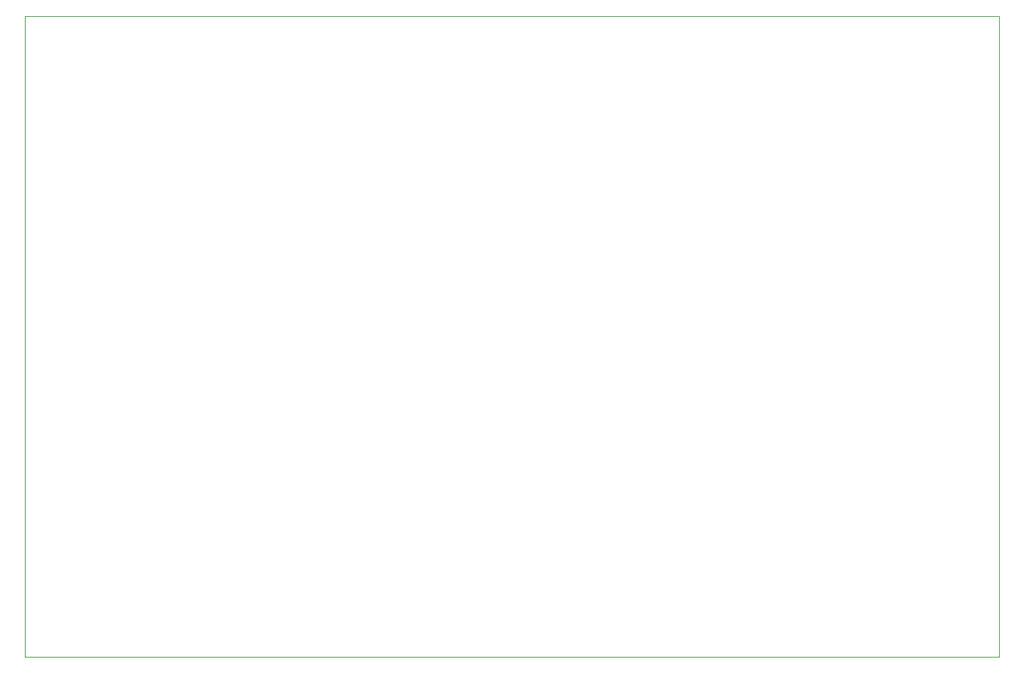
<source format=gbr>
%TF.GenerationSoftware,KiCad,Pcbnew,(7.0.0-0)*%
%TF.CreationDate,2023-11-16T12:34:27+01:00*%
%TF.ProjectId,bed-smart-plug,6265642d-736d-4617-9274-2d706c75672e,rev?*%
%TF.SameCoordinates,Original*%
%TF.FileFunction,Profile,NP*%
%FSLAX46Y46*%
G04 Gerber Fmt 4.6, Leading zero omitted, Abs format (unit mm)*
G04 Created by KiCad (PCBNEW (7.0.0-0)) date 2023-11-16 12:34:27*
%MOMM*%
%LPD*%
G01*
G04 APERTURE LIST*
%TA.AperFunction,Profile*%
%ADD10C,0.100000*%
%TD*%
G04 APERTURE END LIST*
D10*
X30480000Y-41275000D02*
X153035000Y-41275000D01*
X153035000Y-41275000D02*
X153035000Y-121920000D01*
X153035000Y-121920000D02*
X30480000Y-121920000D01*
X30480000Y-121920000D02*
X30480000Y-41275000D01*
M02*

</source>
